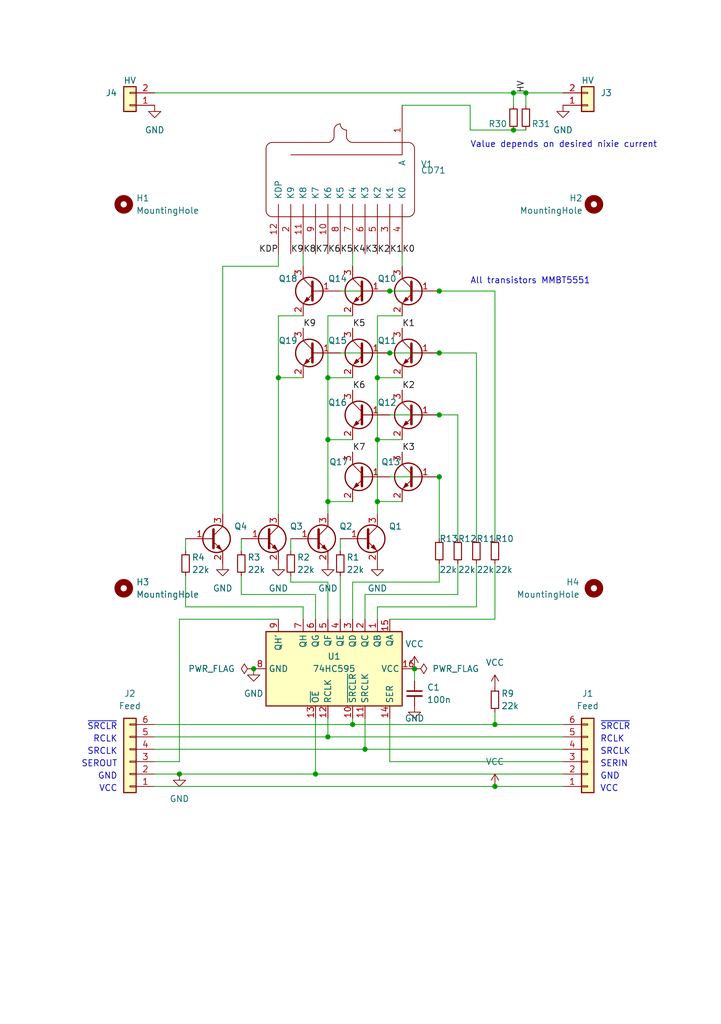
<source format=kicad_sch>
(kicad_sch (version 20211123) (generator eeschema)
  (paper "A5" portrait)
  (title_block (title "Modular nixie board") (date "2022-04-13") (rev "1"))
  (lib_symbols
    (symbol "74xx:74HC595"
      (property "Reference" "U" (at -7.62 13.97 0))
      (property "Value" "74HC595" (at -7.62 -16.51 0))
      (symbol "74HC595_1_0"
        (pin tri_state line (at 10.16 7.62 180) (length 2.54) (name "QB") (number "1"))
        (pin input line (at -10.16 2.54 0) (length 2.54) (name "~{SRCLR}") (number "10"))
        (pin input line (at -10.16 5.08 0) (length 2.54) (name "SRCLK") (number "11"))
        (pin input line (at -10.16 -2.54 0) (length 2.54) (name "RCLK") (number "12"))
        (pin input line (at -10.16 -5.08 0) (length 2.54) (name "~{OE}") (number "13"))
        (pin input line (at -10.16 10.16 0) (length 2.54) (name "SER") (number "14"))
        (pin tri_state line (at 10.16 10.16 180) (length 2.54) (name "QA") (number "15"))
        (pin power_in line (at 0 15.24 270) (length 2.54) (name "VCC") (number "16"))
        (pin tri_state line (at 10.16 5.08 180) (length 2.54) (name "QC") (number "2"))
        (pin tri_state line (at 10.16 2.54 180) (length 2.54) (name "QD") (number "3"))
        (pin tri_state line (at 10.16 0 180) (length 2.54) (name "QE") (number "4"))
        (pin tri_state line (at 10.16 -2.54 180) (length 2.54) (name "QF") (number "5"))
        (pin tri_state line (at 10.16 -5.08 180) (length 2.54) (name "QG") (number "6"))
        (pin tri_state line (at 10.16 -7.62 180) (length 2.54) (name "QH") (number "7"))
        (pin power_in line (at 0 -17.78 90) (length 2.54) (name "GND") (number "8"))
        (pin output line (at 10.16 -12.7 180) (length 2.54) (name "QH'") (number "9"))
      )
      (symbol "74HC595_1_1"
        (rectangle (start -7.62 12.7) (end 7.62 -15.24) (stroke (width 0.254)) (fill (type background)))
      )
    )
    (symbol "Connector_Generic:Conn_01x02" (pin_names (offset 1.016) hide)
      (property "Reference" "J" (at 0 2.54 0))
      (property "Value" "Conn_01x02" (at 0 -5.08 0))
      (symbol "Conn_01x02_1_1"
        (rectangle (start -1.27 -2.413) (end 0 -2.667) (stroke (width 0.1524)))
        (rectangle (start -1.27 0.127) (end 0 -0.127) (stroke (width 0.1524)))
        (rectangle (start -1.27 1.27) (end 1.27 -3.81) (stroke (width 0.254)) (fill (type background)))
        (pin passive line (at -5.08 0 0) (length 3.81) (name "Pin_1") (number "1"))
        (pin passive line (at -5.08 -2.54 0) (length 3.81) (name "Pin_2") (number "2"))
      )
    )
    (symbol "Connector_Generic:Conn_01x06" (pin_names (offset 1.016) hide)
      (property "Reference" "J" (at 0 7.62 0))
      (property "Value" "Conn_01x06" (at 0 -10.16 0))
      (symbol "Conn_01x06_1_1"
        (rectangle (start -1.27 -7.493) (end 0 -7.747) (stroke (width 0.1524)))
        (rectangle (start -1.27 -4.953) (end 0 -5.207) (stroke (width 0.1524)))
        (rectangle (start -1.27 -2.413) (end 0 -2.667) (stroke (width 0.1524)))
        (rectangle (start -1.27 0.127) (end 0 -0.127) (stroke (width 0.1524)))
        (rectangle (start -1.27 2.667) (end 0 2.413) (stroke (width 0.1524)))
        (rectangle (start -1.27 5.207) (end 0 4.953) (stroke (width 0.1524)))
        (rectangle (start -1.27 6.35) (end 1.27 -8.89) (stroke (width 0.254)) (fill (type background)))
        (pin passive line (at -5.08 5.08 0) (length 3.81) (name "Pin_1") (number "1"))
        (pin passive line (at -5.08 2.54 0) (length 3.81) (name "Pin_2") (number "2"))
        (pin passive line (at -5.08 0 0) (length 3.81) (name "Pin_3") (number "3"))
        (pin passive line (at -5.08 -2.54 0) (length 3.81) (name "Pin_4") (number "4"))
        (pin passive line (at -5.08 -5.08 0) (length 3.81) (name "Pin_5") (number "5"))
        (pin passive line (at -5.08 -7.62 0) (length 3.81) (name "Pin_6") (number "6"))
      )
    )
    (symbol "Device:C_Small" (pin_numbers hide) (pin_names (offset 0.254) hide)
      (property "Reference" "C" (at 0.254 1.778 0))
      (property "Value" "C_Small" (at 0.254 -2.032 0))
      (symbol "C_Small_0_1"
        (polyline (pts (xy -1.524 -0.508) (xy 1.524 -0.508)) (stroke (width 0.3302)))
        (polyline (pts (xy -1.524 0.508) (xy 1.524 0.508)) (stroke (width 0.3048)))
      )
      (symbol "C_Small_1_1"
        (pin passive line (at 0 2.54 270) (length 2.032) (name "~") (number "1"))
        (pin passive line (at 0 -2.54 90) (length 2.032) (name "~") (number "2"))
      )
    )
    (symbol "Device:R_Small" (pin_numbers hide) (pin_names (offset 0.254) hide)
      (property "Reference" "R" (at 0.762 0.508 0))
      (property "Value" "R_Small" (at 0.762 -1.016 0))
      (symbol "R_Small_0_1"
        (rectangle (start -0.762 1.778) (end 0.762 -1.778) (stroke (width 0.2032)))
      )
      (symbol "R_Small_1_1"
        (pin passive line (at 0 2.54 270) (length 0.762) (name "~") (number "1"))
        (pin passive line (at 0 -2.54 90) (length 0.762) (name "~") (number "2"))
      )
    )
    (symbol "Mechanical:MountingHole" (pin_names (offset 1.016))
      (property "Reference" "H" (at 0 5.08 0))
      (property "Value" "MountingHole" (at 0 3.175 0))
      (symbol "MountingHole_0_1"
        (circle (center 0 0) (radius 1.27) (stroke (width 1.27)))
      )
    )
    (symbol "Nixie:CD71" (pin_names (offset 1.016))
      (property "Reference" "V" (at -8.89 8.89 0))
      (property "Value" "CD71" (at 10.16 8.89 0))
      (property "Footprint" "Ken:CD71" (at 0 1.27 0))
      (symbol "CD71_0_1"
        (arc (start -15.24 -6.35) (mid -14.8666 -7.2388) (end -13.97 -7.62))
        (arc (start -13.97 7.62) (mid -14.8588 7.2466) (end -15.24 6.35))
        (arc (start -2.54 7.62) (mid -1.6512 7.9934) (end -1.27 8.89))
        (arc (start -1.27 10.16) (mid -0.3812 10.5334) (end 0 11.43))
        (polyline (pts (xy -15.24 -6.35) (xy -15.24 6.35)))
        (polyline (pts (xy -12.7 5.08) (xy 10.16 5.08)))
        (polyline (pts (xy -2.54 7.62) (xy -13.97 7.62)))
        (polyline (pts (xy -1.27 8.89) (xy -1.27 10.16)))
        (polyline (pts (xy 1.27 8.89) (xy 1.27 10.16)))
        (polyline (pts (xy 13.97 -7.62) (xy -13.97 -7.62)))
        (polyline (pts (xy 13.97 7.62) (xy 2.54 7.62)))
        (polyline (pts (xy 15.24 -6.35) (xy 15.24 6.35)))
        (arc (start 1.27 8.89) (mid 1.6434 8.0012) (end 2.54 7.62))
        (arc (start 1.27 10.16) (mid 0.8966 11.0488) (end 0 11.43))
        (arc (start 13.97 -7.62) (mid 14.8588 -7.2466) (end 15.24 -6.35))
        (arc (start 15.24 6.35) (mid 14.8666 7.2388) (end 13.97 7.62))
      )
      (symbol "CD71_1_1"
        (pin passive line (at -12.7 15.24 270) (length 10.16) (name "A") (number "1"))
        (pin passive line (at 2.54 -15.24 90) (length 10.16) (name "K6") (number "10"))
        (pin passive line (at 7.62 -15.24 90) (length 10.16) (name "K8") (number "11"))
        (pin passive line (at 12.7 -15.24 90) (length 10.16) (name "KDP") (number "12"))
        (pin passive line (at 10.16 -15.24 90) (length 10.16) (name "K9") (number "2"))
        (pin passive line (at -10.16 -15.24 90) (length 10.16) (name "K1") (number "3"))
        (pin passive line (at -12.7 -15.24 90) (length 10.16) (name "K0") (number "4"))
        (pin passive line (at -7.62 -15.24 90) (length 10.16) (name "K2") (number "5"))
        (pin passive line (at -5.08 -15.24 90) (length 10.16) (name "K3") (number "6"))
        (pin passive line (at -2.54 -15.24 90) (length 10.16) (name "K4") (number "7"))
        (pin passive line (at 0 -15.24 90) (length 10.16) (name "K5") (number "8"))
        (pin passive line (at 5.08 -15.24 90) (length 10.16) (name "K7") (number "9"))
      )
    )
    (symbol "Transistor_BJT:MMBT5551L" (pin_names (offset 0) hide)
      (property "Reference" "Q" (at 5.08 1.905 0))
      (property "Value" "MMBT5551L" (at 5.08 0 0))
      (symbol "MMBT5551L_0_1"
        (polyline (pts (xy 0.635 0.635) (xy 2.54 2.54)))
        (polyline (pts (xy 0.635 -0.635) (xy 2.54 -2.54) (xy 2.54 -2.54)))
        (polyline (pts (xy 0.635 1.905) (xy 0.635 -1.905) (xy 0.635 -1.905)) (stroke (width 0.508)))
        (polyline (pts (xy 1.27 -1.778) (xy 1.778 -1.27) (xy 2.286 -2.286) (xy 1.27 -1.778) (xy 1.27 -1.778)) (fill (type outline)))
        (circle (center 1.27 0) (radius 2.8194) (stroke (width 0.254)))
      )
      (symbol "MMBT5551L_1_1"
        (pin input line (at -5.08 0 0) (length 5.715) (name "B") (number "1"))
        (pin passive line (at 2.54 -5.08 90) (length 2.54) (name "E") (number "2"))
        (pin passive line (at 2.54 5.08 270) (length 2.54) (name "C") (number "3"))
      )
    )
    (symbol "power:GND" (power) (pin_names (offset 0))
      (property "Value" "GND" (at 0 -3.81 0))
      (symbol "GND_0_1"
        (polyline (pts (xy 0 0) (xy 0 -1.27) (xy 1.27 -1.27) (xy 0 -2.54) (xy -1.27 -1.27) (xy 0 -1.27)))
      )
      (symbol "GND_1_1"
        (pin power_in line (at 0 0 270) (length 0) hide (name "GND") (number "1"))
      )
    )
    (symbol "power:PWR_FLAG" (power) (pin_numbers hide) (pin_names (offset 0) hide)
      (property "Value" "PWR_FLAG" (at 0 3.81 0))
      (symbol "PWR_FLAG_0_0"
        (pin power_out line (at 0 0 90) (length 0) (name "pwr") (number "1"))
      )
      (symbol "PWR_FLAG_0_1"
        (polyline (pts (xy 0 0) (xy 0 1.27) (xy -1.016 1.905) (xy 0 2.54) (xy 1.016 1.905) (xy 0 1.27)))
      )
    )
    (symbol "power:VCC" (power) (pin_names (offset 0))
      (property "Value" "VCC" (at 0 3.81 0))
      (symbol "VCC_0_1"
        (polyline (pts (xy -0.762 1.27) (xy 0 2.54)))
        (polyline (pts (xy 0 0) (xy 0 2.54)))
        (polyline (pts (xy 0 2.54) (xy 0.762 1.27)))
      )
      (symbol "VCC_1_1"
        (pin power_in line (at 0 0 90) (length 0) hide (name "VCC") (number "1"))
      )
    )
  )
  (junction (at 67.31 77.47))
  (junction (at 80.01 59.69))
  (junction (at 52.07 137.16))
  (junction (at 101.6 148.59))
  (junction (at 101.6 161.29))
  (junction (at 67.31 90.17))
  (junction (at 67.31 151.13))
  (junction (at 105.41 26.67))
  (junction (at 77.47 102.87))
  (junction (at 85.09 137.16))
  (junction (at 77.47 90.17))
  (junction (at 67.31 102.87))
  (junction (at 57.15 77.47))
  (junction (at 105.41 19.05))
  (junction (at 64.77 158.75))
  (junction (at 90.17 72.39))
  (junction (at 74.93 153.67))
  (junction (at 90.17 85.09))
  (junction (at 107.95 19.05))
  (junction (at 36.83 158.75))
  (junction (at 77.47 77.47))
  (junction (at 80.01 72.39))
  (junction (at 90.17 59.69))
  (junction (at 72.39 148.59))
  (junction (at 90.17 97.79))
  (wire (pts (xy 96.52 21.59) (xy 96.52 26.67)))
  (wire (pts (xy 77.47 77.47) (xy 77.47 64.77)))
  (wire (pts (xy 67.31 119.38) (xy 67.31 127)))
  (wire (pts (xy 31.75 148.59) (xy 72.39 148.59)))
  (wire (pts (xy 72.39 119.38) (xy 90.17 119.38)))
  (wire (pts (xy 82.55 21.59) (xy 96.52 21.59)))
  (wire (pts (xy 97.79 124.46) (xy 97.79 115.57)))
  (wire (pts (xy 72.39 52.07) (xy 72.39 54.61)))
  (wire (pts (xy 67.31 151.13) (xy 115.57 151.13)))
  (wire (pts (xy 38.1 124.46) (xy 62.23 124.46)))
  (wire (pts (xy 69.85 59.69) (xy 80.01 59.69)))
  (wire (pts (xy 101.6 148.59) (xy 115.57 148.59)))
  (wire (pts (xy 80.01 85.09) (xy 90.17 85.09)))
  (wire (pts (xy 59.69 118.11) (xy 59.69 119.38)))
  (wire (pts (xy 77.47 90.17) (xy 82.55 90.17)))
  (wire (pts (xy 90.17 119.38) (xy 90.17 115.57)))
  (wire (pts (xy 67.31 77.47) (xy 72.39 77.47)))
  (wire (pts (xy 36.83 127) (xy 36.83 156.21)))
  (wire (pts (xy 31.75 156.21) (xy 36.83 156.21)))
  (wire (pts (xy 80.01 72.39) (xy 90.17 72.39)))
  (wire (pts (xy 69.85 110.49) (xy 69.85 113.03)))
  (wire (pts (xy 31.75 158.75) (xy 36.83 158.75)))
  (wire (pts (xy 72.39 127) (xy 72.39 119.38)))
  (wire (pts (xy 49.53 110.49) (xy 49.53 113.03)))
  (wire (pts (xy 101.6 127) (xy 101.6 115.57)))
  (wire (pts (xy 90.17 72.39) (xy 97.79 72.39)))
  (wire (pts (xy 31.75 161.29) (xy 101.6 161.29)))
  (wire (pts (xy 57.15 77.47) (xy 57.15 105.41)))
  (wire (pts (xy 80.01 147.32) (xy 80.01 156.21)))
  (wire (pts (xy 107.95 19.05) (xy 115.57 19.05)))
  (wire (pts (xy 97.79 110.49) (xy 97.79 72.39)))
  (wire (pts (xy 67.31 147.32) (xy 67.31 151.13)))
  (wire (pts (xy 80.01 59.69) (xy 90.17 59.69)))
  (wire (pts (xy 74.93 121.92) (xy 93.98 121.92)))
  (wire (pts (xy 67.31 64.77) (xy 72.39 64.77)))
  (wire (pts (xy 69.85 72.39) (xy 80.01 72.39)))
  (wire (pts (xy 115.57 156.21) (xy 80.01 156.21)))
  (wire (pts (xy 59.69 110.49) (xy 59.69 113.03)))
  (wire (pts (xy 72.39 147.32) (xy 72.39 148.59)))
  (wire (pts (xy 101.6 146.05) (xy 101.6 148.59)))
  (wire (pts (xy 77.47 102.87) (xy 77.47 90.17)))
  (wire (pts (xy 74.93 153.67) (xy 115.57 153.67)))
  (wire (pts (xy 57.15 54.61) (xy 45.72 54.61)))
  (wire (pts (xy 77.47 127) (xy 77.47 124.46)))
  (wire (pts (xy 77.47 64.77) (xy 82.55 64.77)))
  (wire (pts (xy 57.15 52.07) (xy 57.15 54.61)))
  (wire (pts (xy 67.31 102.87) (xy 67.31 90.17)))
  (wire (pts (xy 105.41 21.59) (xy 105.41 19.05)))
  (wire (pts (xy 31.75 151.13) (xy 67.31 151.13)))
  (wire (pts (xy 57.15 77.47) (xy 62.23 77.47)))
  (wire (pts (xy 80.01 127) (xy 101.6 127)))
  (wire (pts (xy 77.47 124.46) (xy 97.79 124.46)))
  (wire (pts (xy 69.85 118.11) (xy 69.85 127)))
  (wire (pts (xy 72.39 148.59) (xy 101.6 148.59)))
  (wire (pts (xy 107.95 21.59) (xy 107.95 19.05)))
  (wire (pts (xy 105.41 26.67) (xy 107.95 26.67)))
  (wire (pts (xy 74.93 127) (xy 74.93 121.92)))
  (wire (pts (xy 31.75 19.05) (xy 105.41 19.05)))
  (wire (pts (xy 93.98 115.57) (xy 93.98 121.92)))
  (wire (pts (xy 90.17 85.09) (xy 93.98 85.09)))
  (wire (pts (xy 62.23 124.46) (xy 62.23 127)))
  (wire (pts (xy 67.31 105.41) (xy 67.31 102.87)))
  (wire (pts (xy 57.15 127) (xy 36.83 127)))
  (wire (pts (xy 101.6 110.49) (xy 101.6 59.69)))
  (wire (pts (xy 90.17 59.69) (xy 101.6 59.69)))
  (wire (pts (xy 67.31 64.77) (xy 67.31 77.47)))
  (wire (pts (xy 64.77 158.75) (xy 115.57 158.75)))
  (wire (pts (xy 77.47 105.41) (xy 77.47 102.87)))
  (wire (pts (xy 57.15 77.47) (xy 57.15 64.77)))
  (wire (pts (xy 93.98 85.09) (xy 93.98 110.49)))
  (wire (pts (xy 74.93 147.32) (xy 74.93 153.67)))
  (wire (pts (xy 31.75 153.67) (xy 74.93 153.67)))
  (wire (pts (xy 77.47 77.47) (xy 77.47 90.17)))
  (wire (pts (xy 38.1 118.11) (xy 38.1 124.46)))
  (wire (pts (xy 77.47 102.87) (xy 82.55 102.87)))
  (wire (pts (xy 49.53 118.11) (xy 49.53 121.92)))
  (wire (pts (xy 80.01 97.79) (xy 90.17 97.79)))
  (wire (pts (xy 67.31 90.17) (xy 67.31 77.47)))
  (wire (pts (xy 96.52 26.67) (xy 105.41 26.67)))
  (wire (pts (xy 105.41 19.05) (xy 107.95 19.05)))
  (wire (pts (xy 64.77 121.92) (xy 64.77 127)))
  (wire (pts (xy 90.17 97.79) (xy 90.17 110.49)))
  (wire (pts (xy 67.31 90.17) (xy 72.39 90.17)))
  (wire (pts (xy 57.15 64.77) (xy 62.23 64.77)))
  (wire (pts (xy 45.72 54.61) (xy 45.72 105.41)))
  (wire (pts (xy 59.69 119.38) (xy 67.31 119.38)))
  (wire (pts (xy 82.55 52.07) (xy 82.55 54.61)))
  (wire (pts (xy 49.53 121.92) (xy 64.77 121.92)))
  (wire (pts (xy 72.39 102.87) (xy 67.31 102.87)))
  (wire (pts (xy 101.6 161.29) (xy 115.57 161.29)))
  (wire (pts (xy 38.1 110.49) (xy 38.1 113.03)))
  (wire (pts (xy 36.83 158.75) (xy 64.77 158.75)))
  (wire (pts (xy 77.47 77.47) (xy 82.55 77.47)))
  (wire (pts (xy 62.23 52.07) (xy 62.23 54.61)))
  (wire (pts (xy 64.77 158.75) (xy 64.77 147.32)))
  (wire (pts (xy 85.09 137.16) (xy 85.09 139.7)))
  (text "RCLK" (at 24.13 152.4 180) (effects (font (size 1.27 1.27)) (justify right bottom)))
  (text "RCLK" (at 123.19 152.4 0) (effects (font (size 1.27 1.27)) (justify left bottom)))
  (text "GND" (at 24.13 160.02 180) (effects (font (size 1.27 1.27)) (justify right bottom)))
  (text "SRCLK" (at 123.19 154.94 0) (effects (font (size 1.27 1.27)) (justify left bottom)))
  (text "VCC" (at 127 162.56 180) (effects (font (size 1.27 1.27)) (justify right bottom)))
  (text "SERIN" (at 123.19 157.48 0) (effects (font (size 1.27 1.27)) (justify left bottom)))
  (text "All transistors MMBT5551" (at 96.52 58.42 0) (effects (font (size 1.27 1.27)) (justify left bottom)))
  (text "VCC" (at 24.13 162.56 180) (effects (font (size 1.27 1.27)) (justify right bottom)))
  (text "Value depends on desired nixie current" (at 96.52 30.48 0) (effects (font (size 1.27 1.27)) (justify left bottom)))
  (text "SEROUT" (at 24.13 157.48 180) (effects (font (size 1.27 1.27)) (justify right bottom)))
  (text "~{SRCLR}" (at 24.13 149.86 180) (effects (font (size 1.27 1.27)) (justify right bottom)))
  (text "~{SRCLR}" (at 123.19 149.86 0) (effects (font (size 1.27 1.27)) (justify left bottom)))
  (text "GND" (at 123.19 160.02 0) (effects (font (size 1.27 1.27)) (justify left bottom)))
  (text "SRCLK" (at 24.13 154.94 180) (effects (font (size 1.27 1.27)) (justify right bottom)))
  (label "K3" (at 74.93 52.07 0))
  (label "K8" (at 62.23 52.07 0))
  (label "K5" (at 72.39 67.31 0))
  (label "K9" (at 59.69 52.07 0))
  (label "K0" (at 82.55 52.07 0))
  (label "K9" (at 62.23 67.31 0))
  (label "K7" (at 72.39 92.71 0))
  (label "K5" (at 69.85 52.07 0))
  (label "HV" (at 107.95 19.05 90))
  (label "K7" (at 64.77 52.07 0))
  (label "K3" (at 82.55 92.71 0))
  (label "K4" (at 72.39 52.07 0))
  (label "K1" (at 80.01 52.07 0))
  (label "K2" (at 77.47 52.07 0))
  (label "K2" (at 82.55 80.01 0))
  (label "KDP" (at 57.15 52.07 180))
  (label "K6" (at 67.31 52.07 0))
  (label "K6" (at 72.39 80.01 0))
  (label "K1" (at 82.55 67.31 0))
  (symbol (lib_id "Device:R_Small") (at 101.6 113.03 0) (unit 1)
    (property "Reference" "R10" (at 101.6 110.49 0) (effects (justify left)))
    (property "Value" "22k" (at 101.6 116.84 0) (effects (justify left)))
    (property "Footprint" "Resistor_SMD:R_0603_1608Metric" (effects hide))
    (property "LCSC" "C31850" (effects hide))
  )
  (symbol (lib_id "power:GND") (at 52.07 137.16 0) (unit 1)
    (property "Reference" "#PWR0109" (effects hide))
    (property "Value" "GND" (at 52.07 142.24 0))
  )
  (symbol (lib_id "Device:R_Small") (at 97.79 113.03 0) (unit 1)
    (property "Reference" "R11" (at 97.79 110.49 0) (effects (justify left)))
    (property "Value" "22k" (at 97.79 116.84 0) (effects (justify left)))
    (property "Footprint" "Resistor_SMD:R_0603_1608Metric" (effects hide))
    (property "LCSC" "C31850" (effects hide))
  )
  (symbol (lib_id "Transistor_BJT:MMBT5551L") (at 74.93 59.69 0) (mirror y) (unit 1)
    (property "Reference" "Q14" (at 67.31 57.15 0) (effects (justify right)))
    (property "Value" "MMBT5551" (effects hide))
    (property "Footprint" "Package_TO_SOT_SMD:SOT-23" (effects hide))
    (property "Datasheet" "www.onsemi.com/pub/Collateral/MMBT5550LT1-D.PDF" (effects hide))
    (property "LCSC" "C2145" (effects hide))
  )
  (symbol (lib_id "power:VCC") (at 101.6 161.29 0) (unit 1)
    (property "Reference" "#PWR0108" (effects hide))
    (property "Value" "VCC" (at 101.6 156.21 0))
  )
  (symbol (lib_id "Transistor_BJT:MMBT5551L") (at 43.18 110.49 0) (unit 1)
    (property "Reference" "Q4" (at 50.8 107.95 0) (effects (justify right)))
    (property "Value" "MMBT5551" (effects hide))
    (property "Footprint" "Package_TO_SOT_SMD:SOT-23" (effects hide))
    (property "Datasheet" "www.onsemi.com/pub/Collateral/MMBT5550LT1-D.PDF" (effects hide))
    (property "LCSC" "C2145" (effects hide))
  )
  (symbol (lib_id "Device:R_Small") (at 59.69 115.57 0) (unit 1)
    (property "Reference" "R2" (at 60.96 114.3 0) (effects (justify left)))
    (property "Value" "22k" (at 60.96 116.84 0) (effects (justify left)))
    (property "Footprint" "Resistor_SMD:R_0603_1608Metric" (effects hide))
    (property "LCSC" "C31850" (effects hide))
  )
  (symbol (lib_id "Connector_Generic:Conn_01x02") (at 26.67 21.59 180) (unit 1)
    (property "Reference" "J4" (at 22.86 19.05 0))
    (property "Value" "HV" (at 26.67 16.51 0))
    (property "Footprint" "Connector_PinHeader_2.54mm:PinHeader_1x02_P2.54mm_Vertical" (effects hide))
  )
  (symbol (lib_id "power:GND") (at 57.15 115.57 0) (unit 1)
    (property "Reference" "#PWR0103" (effects hide))
    (property "Value" "GND" (at 57.15 120.65 0))
  )
  (symbol (lib_id "Transistor_BJT:MMBT5551L") (at 54.61 110.49 0) (unit 1)
    (property "Reference" "Q3" (at 62.23 107.95 0) (effects (justify right)))
    (property "Value" "MMBT5551" (effects hide))
    (property "Footprint" "Package_TO_SOT_SMD:SOT-23" (effects hide))
    (property "Datasheet" "www.onsemi.com/pub/Collateral/MMBT5550LT1-D.PDF" (effects hide))
    (property "LCSC" "C2145" (effects hide))
  )
  (symbol (lib_id "Device:R_Small") (at 49.53 115.57 0) (unit 1)
    (property "Reference" "R3" (at 50.8 114.3 0) (effects (justify left)))
    (property "Value" "22k" (at 50.8 116.84 0) (effects (justify left)))
    (property "Footprint" "Resistor_SMD:R_0603_1608Metric" (effects hide))
    (property "LCSC" "C31850" (effects hide))
  )
  (symbol (lib_id "Transistor_BJT:MMBT5551L") (at 74.93 85.09 0) (mirror y) (unit 1)
    (property "Reference" "Q16" (at 67.31 82.55 0) (effects (justify right)))
    (property "Value" "MMBT5551" (effects hide))
    (property "Footprint" "Package_TO_SOT_SMD:SOT-23" (effects hide))
    (property "Datasheet" "www.onsemi.com/pub/Collateral/MMBT5550LT1-D.PDF" (effects hide))
    (property "LCSC" "C2145" (effects hide))
  )
  (symbol (lib_id "Device:R_Small") (at 38.1 115.57 0) (unit 1)
    (property "Reference" "R4" (at 39.37 114.3 0) (effects (justify left)))
    (property "Value" "22k" (at 39.37 116.84 0) (effects (justify left)))
    (property "Footprint" "Resistor_SMD:R_0603_1608Metric" (effects hide))
    (property "LCSC" "C31850" (effects hide))
  )
  (symbol (lib_id "Device:R_Small") (at 107.95 24.13 180) (unit 1)
    (property "Reference" "R31" (at 113.03 25.4 0) (effects (justify left)))
    (property "Footprint" "Resistor_THT:R_Axial_DIN0207_L6.3mm_D2.5mm_P15.24mm_Horizontal" (effects hide))
  )
  (symbol (lib_id "power:PWR_FLAG") (at 52.07 137.16 90) (unit 1)
    (property "Reference" "#FLG0102" (effects hide))
    (property "Value" "PWR_FLAG" (at 48.26 137.1599 90) (effects (justify left)))
  )
  (symbol (lib_id "power:GND") (at 67.31 115.57 0) (unit 1)
    (property "Reference" "#PWR0102" (effects hide))
    (property "Value" "GND" (at 67.31 120.65 0))
  )
  (symbol (lib_id "Transistor_BJT:MMBT5551L") (at 85.09 97.79 0) (mirror y) (unit 1)
    (property "Reference" "Q13" (at 78.232 94.742 0) (effects (justify right)))
    (property "Value" "MMBT5551" (effects hide))
    (property "Footprint" "Package_TO_SOT_SMD:SOT-23" (effects hide))
    (property "Datasheet" "www.onsemi.com/pub/Collateral/MMBT5550LT1-D.PDF" (effects hide))
    (property "LCSC" "C2145" (effects hide))
  )
  (symbol (lib_id "power:GND") (at 115.57 21.59 0) (unit 1)
    (property "Reference" "#PWR0111" (effects hide))
    (property "Value" "GND" (at 115.57 26.67 0))
  )
  (symbol (lib_id "power:GND") (at 77.47 115.57 0) (unit 1)
    (property "Reference" "#PWR0101" (effects hide))
    (property "Value" "GND" (at 77.47 120.65 0))
  )
  (symbol (lib_id "Connector_Generic:Conn_01x06") (at 120.65 156.21 0) (mirror x) (unit 1)
    (property "Reference" "J1" (at 120.65 142.24 0))
    (property "Value" "Feed" (at 120.65 144.78 0))
    (property "Footprint" "Connector_PinHeader_2.54mm:PinHeader_1x06_P2.54mm_Vertical" (effects hide))
  )
  (symbol (lib_id "Transistor_BJT:MMBT5551L") (at 74.93 110.49 0) (unit 1)
    (property "Reference" "Q1" (at 82.55 107.95 0) (effects (justify right)))
    (property "Value" "MMBT5551" (effects hide))
    (property "Footprint" "Package_TO_SOT_SMD:SOT-23" (effects hide))
    (property "Datasheet" "www.onsemi.com/pub/Collateral/MMBT5550LT1-D.PDF" (effects hide))
    (property "LCSC" "C2145" (effects hide))
  )
  (symbol (lib_id "74xx:74HC595") (at 69.85 137.16 270) (mirror x) (unit 1)
    (property "Reference" "U1" (at 68.58 134.62 90))
    (property "Value" "74HC595" (at 68.58 137.16 90))
    (property "Footprint" "Package_SO:SOIC-16_3.9x9.9mm_P1.27mm" (effects hide))
    (property "Datasheet" "http://www.ti.com/lit/ds/symlink/sn74hc595.pdf" (effects hide))
    (property "LCSC" "C5947" (effects hide))
  )
  (symbol (lib_id "Transistor_BJT:MMBT5551L") (at 85.09 85.09 0) (mirror y) (unit 1)
    (property "Reference" "Q12" (at 77.47 82.55 0) (effects (justify right)))
    (property "Value" "MMBT5551" (effects hide))
    (property "Footprint" "Package_TO_SOT_SMD:SOT-23" (effects hide))
    (property "Datasheet" "www.onsemi.com/pub/Collateral/MMBT5550LT1-D.PDF" (effects hide))
    (property "LCSC" "C2145" (effects hide))
  )
  (symbol (lib_id "Mechanical:MountingHole") (at 25.4 120.65 0) (unit 1)
    (property "Reference" "H3" (at 27.94 119.3799 0) (effects (justify left)))
    (property "Value" "MountingHole" (at 27.94 121.9199 0) (effects (justify left)))
    (property "Footprint" "MountingHole:MountingHole_3.2mm_M3" (effects hide))
  )
  (symbol (lib_id "Transistor_BJT:MMBT5551L") (at 85.09 72.39 0) (mirror y) (unit 1)
    (property "Reference" "Q11" (at 77.47 69.85 0) (effects (justify right)))
    (property "Value" "MMBT5551" (effects hide))
    (property "Footprint" "Package_TO_SOT_SMD:SOT-23" (effects hide))
    (property "Datasheet" "www.onsemi.com/pub/Collateral/MMBT5550LT1-D.PDF" (effects hide))
    (property "LCSC" "C2145" (effects hide))
  )
  (symbol (lib_id "Connector_Generic:Conn_01x02") (at 120.65 21.59 0) (mirror x) (unit 1)
    (property "Reference" "J3" (at 124.46 19.05 0))
    (property "Value" "HV" (at 120.65 16.51 0))
    (property "Footprint" "Connector_PinHeader_2.54mm:PinHeader_1x02_P2.54mm_Vertical" (effects hide))
  )
  (symbol (lib_id "Connector_Generic:Conn_01x06") (at 26.67 156.21 180) (unit 1)
    (property "Reference" "J2" (at 26.67 142.24 0))
    (property "Value" "Feed" (at 26.67 144.78 0))
    (property "Footprint" "Connector_PinHeader_2.54mm:PinHeader_1x06_P2.54mm_Vertical" (effects hide))
  )
  (symbol (lib_id "Mechanical:MountingHole") (at 121.92 120.65 0) (unit 1)
    (property "Reference" "H4" (at 116.205 119.38 0) (effects (justify left)))
    (property "Value" "MountingHole" (at 106.045 121.92 0) (effects (justify left)))
    (property "Footprint" "MountingHole:MountingHole_3.2mm_M3" (effects hide))
  )
  (symbol (lib_id "Mechanical:MountingHole") (at 25.4 41.91 0) (unit 1)
    (property "Reference" "H1" (at 27.94 40.6399 0) (effects (justify left)))
    (property "Value" "MountingHole" (at 27.94 43.1799 0) (effects (justify left)))
    (property "Footprint" "MountingHole:MountingHole_3.2mm_M3" (effects hide))
  )
  (symbol (lib_id "Transistor_BJT:MMBT5551L") (at 64.77 110.49 0) (unit 1)
    (property "Reference" "Q2" (at 72.39 107.95 0) (effects (justify right)))
    (property "Value" "MMBT5551" (effects hide))
    (property "Footprint" "Package_TO_SOT_SMD:SOT-23" (effects hide))
    (property "Datasheet" "www.onsemi.com/pub/Collateral/MMBT5550LT1-D.PDF" (effects hide))
    (property "LCSC" "C2145" (effects hide))
  )
  (symbol (lib_id "power:VCC") (at 85.09 137.16 0) (unit 1)
    (property "Reference" "#PWR0105" (effects hide))
    (property "Value" "VCC" (at 85.09 132.08 0))
  )
  (symbol (lib_id "Transistor_BJT:MMBT5551L") (at 85.09 59.69 0) (mirror y) (unit 1)
    (property "Reference" "Q10" (at 77.47 57.15 0) (effects (justify right)))
    (property "Value" "MMBT5551" (effects hide))
    (property "Footprint" "Package_TO_SOT_SMD:SOT-23" (effects hide))
    (property "Datasheet" "www.onsemi.com/pub/Collateral/MMBT5550LT1-D.PDF" (effects hide))
    (property "LCSC" "C2145" (effects hide))
  )
  (symbol (lib_id "Transistor_BJT:MMBT5551L") (at 74.93 97.79 0) (mirror y) (unit 1)
    (property "Reference" "Q17" (at 67.564 94.742 0) (effects (justify right)))
    (property "Value" "MMBT5551" (effects hide))
    (property "Footprint" "Package_TO_SOT_SMD:SOT-23" (effects hide))
    (property "Datasheet" "www.onsemi.com/pub/Collateral/MMBT5550LT1-D.PDF" (effects hide))
    (property "LCSC" "C2145" (effects hide))
  )
  (symbol (lib_id "power:VCC") (at 101.6 140.97 0) (unit 1)
    (property "Reference" "#PWR0104" (effects hide))
    (property "Value" "VCC" (at 101.6 135.89 0))
  )
  (symbol (lib_id "power:PWR_FLAG") (at 85.09 137.16 270) (unit 1)
    (property "Reference" "#FLG0101" (effects hide))
    (property "Value" "PWR_FLAG" (at 88.7155 137.1599 90) (effects (justify left)))
  )
  (symbol (lib_id "power:GND") (at 45.72 115.57 0) (unit 1)
    (property "Reference" "#PWR0107" (effects hide))
    (property "Value" "GND" (at 45.72 120.65 0))
  )
  (symbol (lib_id "Device:R_Small") (at 90.17 113.03 0) (unit 1)
    (property "Reference" "R13" (at 90.17 110.49 0) (effects (justify left)))
    (property "Value" "22k" (at 90.17 116.84 0) (effects (justify left)))
    (property "Footprint" "Resistor_SMD:R_0603_1608Metric" (effects hide))
    (property "LCSC" "C31850" (effects hide))
  )
  (symbol (lib_id "Device:R_Small") (at 93.98 113.03 0) (unit 1)
    (property "Reference" "R12" (at 93.98 110.49 0) (effects (justify left)))
    (property "Value" "22k" (at 93.98 116.84 0) (effects (justify left)))
    (property "Footprint" "Resistor_SMD:R_0603_1608Metric" (effects hide))
    (property "LCSC" "C31850" (effects hide))
  )
  (symbol (lib_id "Device:R_Small") (at 105.41 24.13 180) (unit 1)
    (property "Reference" "R30" (at 104.14 25.4 0) (effects (justify left)))
    (property "Footprint" "Resistor_THT:R_Axial_DIN0207_L6.3mm_D2.5mm_P15.24mm_Horizontal" (effects hide))
  )
  (symbol (lib_id "power:GND") (at 36.83 158.75 0) (unit 1)
    (property "Reference" "#PWR0106" (effects hide))
    (property "Value" "GND" (at 36.83 163.83 0))
  )
  (symbol (lib_id "power:GND") (at 85.09 144.78 0) (unit 1)
    (property "Reference" "#PWR0110" (effects hide))
    (property "Value" "GND" (at 85.09 147.32 0))
  )
  (symbol (lib_id "Mechanical:MountingHole") (at 121.92 41.91 0) (unit 1)
    (property "Reference" "H2" (at 116.84 40.64 0) (effects (justify left)))
    (property "Value" "MountingHole" (at 106.68 43.18 0) (effects (justify left)))
    (property "Footprint" "MountingHole:MountingHole_3.2mm_M3" (effects hide))
  )
  (symbol (lib_id "power:GND") (at 31.75 21.59 0) (unit 1)
    (property "Reference" "#PWR0112" (effects hide))
    (property "Value" "GND" (at 31.75 26.67 0))
  )
  (symbol (lib_id "Transistor_BJT:MMBT5551L") (at 74.93 72.39 0) (mirror y) (unit 1)
    (property "Reference" "Q15" (at 67.31 69.85 0) (effects (justify right)))
    (property "Value" "MMBT5551" (effects hide))
    (property "Footprint" "Package_TO_SOT_SMD:SOT-23" (effects hide))
    (property "Datasheet" "www.onsemi.com/pub/Collateral/MMBT5550LT1-D.PDF" (effects hide))
    (property "LCSC" "C2145" (effects hide))
  )
  (symbol (lib_id "Device:C_Small") (at 85.09 142.24 0) (unit 1)
    (property "Reference" "C1" (at 87.63 140.9762 0) (effects (justify left)))
    (property "Value" "100n" (at 87.63 143.5162 0) (effects (justify left)))
    (property "Footprint" "Capacitor_SMD:C_0603_1608Metric" (effects hide))
    (property "LCSC" "C14663 " (effects hide))
  )
  (symbol (lib_id "Device:R_Small") (at 69.85 115.57 0) (unit 1)
    (property "Reference" "R1" (at 71.12 114.3 0) (effects (justify left)))
    (property "Value" "22k" (at 71.12 116.84 0) (effects (justify left)))
    (property "Footprint" "Resistor_SMD:R_0603_1608Metric" (effects hide))
    (property "LCSC" "C31850" (effects hide))
  )
  (symbol (lib_id "Device:R_Small") (at 101.6 143.51 0) (unit 1)
    (property "Reference" "R9" (at 102.87 142.24 0) (effects (justify left)))
    (property "Value" "22k" (at 102.87 144.78 0) (effects (justify left)))
    (property "Footprint" "Resistor_SMD:R_0603_1608Metric" (effects hide))
    (property "LCSC" "C31850" (effects hide))
  )
  (symbol (lib_id "Transistor_BJT:MMBT5551L") (at 64.77 72.39 0) (mirror y) (unit 1)
    (property "Reference" "Q19" (at 57.15 69.85 0) (effects (justify right)))
    (property "Value" "MMBT5551" (effects hide))
    (property "Footprint" "Package_TO_SOT_SMD:SOT-23" (effects hide))
    (property "Datasheet" "www.onsemi.com/pub/Collateral/MMBT5550LT1-D.PDF" (effects hide))
    (property "LCSC" "C2145" (effects hide))
  )
  (symbol (lib_id "Transistor_BJT:MMBT5551L") (at 64.77 59.69 0) (mirror y) (unit 1)
    (property "Reference" "Q18" (at 57.15 57.15 0) (effects (justify right)))
    (property "Value" "MMBT5551" (effects hide))
    (property "Footprint" "Package_TO_SOT_SMD:SOT-23" (effects hide))
    (property "Datasheet" "www.onsemi.com/pub/Collateral/MMBT5550LT1-D.PDF" (effects hide))
    (property "LCSC" "C2145" (effects hide))
  )
  (symbol (lib_id "Nixie:CD71") (at 69.85 36.83 0) (mirror y) (unit 1)
    (property "Reference" "V1" (at 86.36 33.6549 0) (effects (justify right)))
    (property "Value" "CD71" (at 86.36 34.9249 0) (effects (justify right)))
    (property "Footprint" "Ken:CD71" (effects hide))
  )
)
</source>
